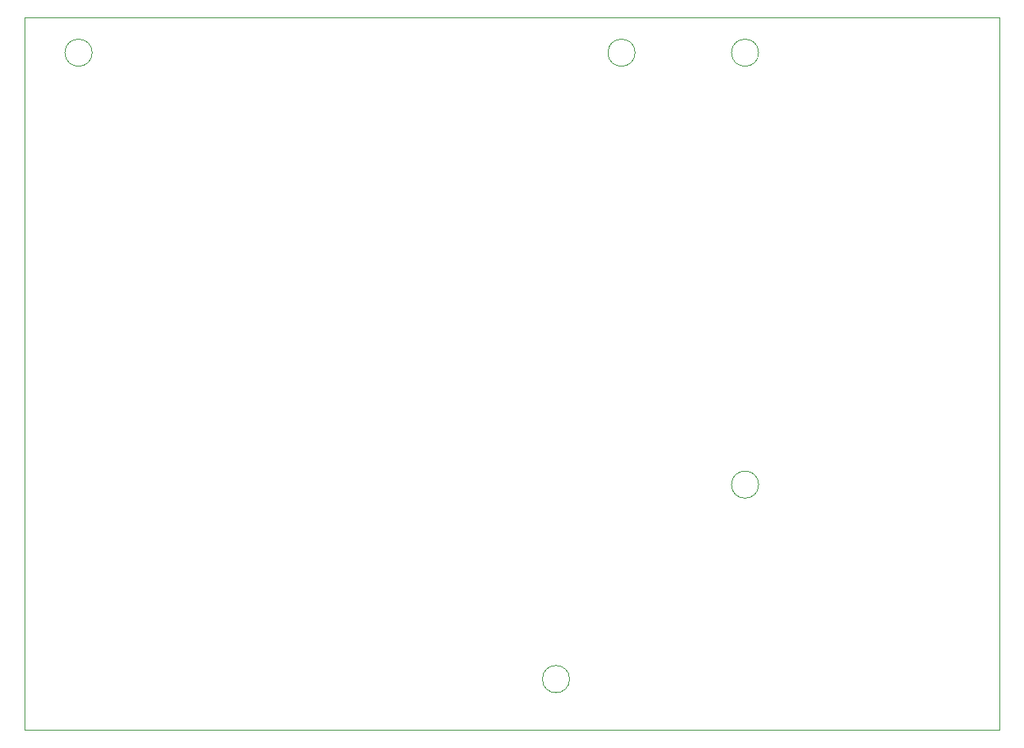
<source format=gm1>
G04 #@! TF.GenerationSoftware,KiCad,Pcbnew,5.1.9+dfsg1-1*
G04 #@! TF.CreationDate,2022-01-29T15:43:47+01:00*
G04 #@! TF.ProjectId,rogue_sensors,726f6775-655f-4736-956e-736f72732e6b,v01*
G04 #@! TF.SameCoordinates,Original*
G04 #@! TF.FileFunction,Profile,NP*
%FSLAX46Y46*%
G04 Gerber Fmt 4.6, Leading zero omitted, Abs format (unit mm)*
G04 Created by KiCad (PCBNEW 5.1.9+dfsg1-1) date 2022-01-29 15:43:47*
%MOMM*%
%LPD*%
G01*
G04 APERTURE LIST*
G04 #@! TA.AperFunction,Profile*
%ADD10C,0.050000*%
G04 #@! TD*
G04 APERTURE END LIST*
D10*
X73450000Y-86000000D02*
G75*
G03*
X73450000Y-86000000I-1450000J0D01*
G01*
X93650000Y-65200000D02*
G75*
G03*
X93650000Y-65200000I-1450000J0D01*
G01*
X93650000Y-19000000D02*
G75*
G03*
X93650000Y-19000000I-1450000J0D01*
G01*
X80450000Y-19000000D02*
G75*
G03*
X80450000Y-19000000I-1450000J0D01*
G01*
X22450000Y-19000000D02*
G75*
G03*
X22450000Y-19000000I-1450000J0D01*
G01*
X119380000Y-15240000D02*
X119380000Y-91440000D01*
X15240000Y-15240000D02*
X119380000Y-15240000D01*
X15240000Y-91440000D02*
X15240000Y-15240000D01*
X119380000Y-91440000D02*
X15240000Y-91440000D01*
M02*

</source>
